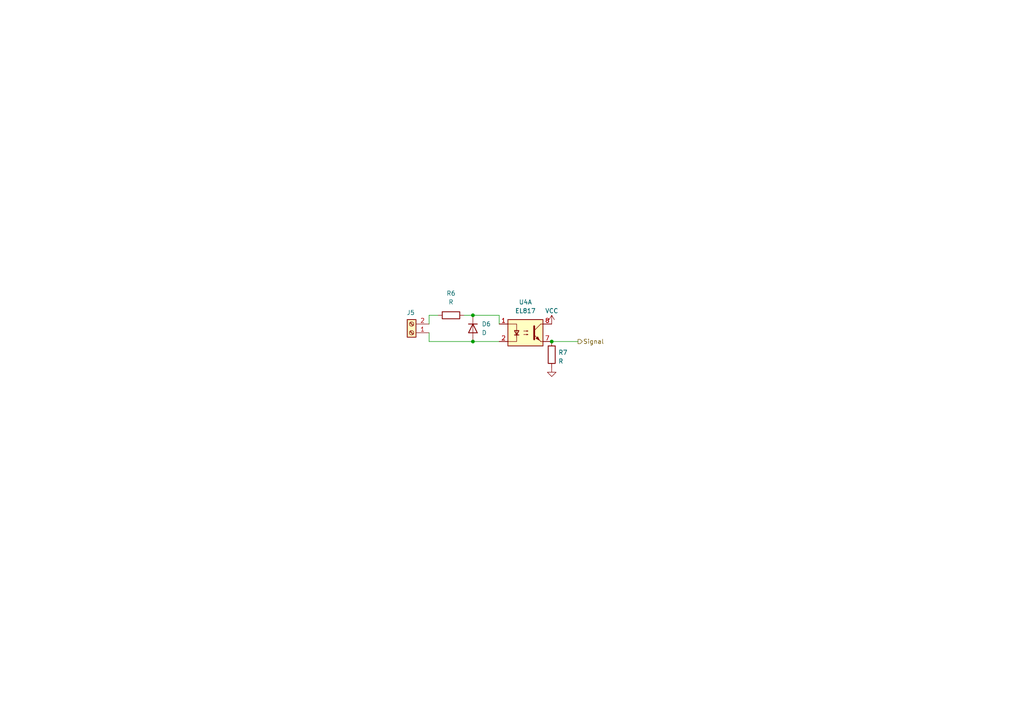
<source format=kicad_sch>
(kicad_sch (version 20231120) (generator "eeschema") (generator_version "8.0")
  (paper "A4")
  (lib_symbols
    (symbol "Connector:Screw_Terminal_01x02" (pin_names (offset 1.016) hide)
      (property "Reference" "J" (at 0 2.54 0))
      (property "Value" "Screw_Terminal_01x02" (at 0 -5.08 0))
      (symbol "Screw_Terminal_01x02_1_1"
        (rectangle (start -1.27 1.27) (end 1.27 -3.81) (stroke (width 0.254)) (fill (type background)))
        (circle (center 0 -2.54) (radius 0.635) (stroke (width 0.1524)))
        (polyline (pts (xy -0.5334 -2.2098) (xy 0.3302 -3.048)) (stroke (width 0.1524)))
        (polyline (pts (xy -0.5334 0.3302) (xy 0.3302 -0.508)) (stroke (width 0.1524)))
        (polyline (pts (xy -0.3556 -2.032) (xy 0.508 -2.8702)) (stroke (width 0.1524)))
        (polyline (pts (xy -0.3556 0.508) (xy 0.508 -0.3302)) (stroke (width 0.1524)))
        (circle (center 0 0) (radius 0.635) (stroke (width 0.1524)))
        (pin passive line (at -5.08 0 0) (length 3.81) (name "Pin_1") (number "1"))
        (pin passive line (at -5.08 -2.54 0) (length 3.81) (name "Pin_2") (number "2"))
      )
    )
    (symbol "Device:D" (pin_numbers hide) (pin_names (offset 1.016) hide)
      (property "Reference" "D" (at 0 2.54 0))
      (property "Value" "D" (at 0 -2.54 0))
      (symbol "D_0_1"
        (polyline (pts (xy -1.27 1.27) (xy -1.27 -1.27)) (stroke (width 0.254)))
        (polyline (pts (xy 1.27 0) (xy -1.27 0)))
        (polyline (pts (xy 1.27 1.27) (xy 1.27 -1.27) (xy -1.27 0) (xy 1.27 1.27)) (stroke (width 0.254)))
      )
      (symbol "D_1_1"
        (pin passive line (at -3.81 0 0) (length 2.54) (name "K") (number "1"))
        (pin passive line (at 3.81 0 180) (length 2.54) (name "A") (number "2"))
      )
    )
    (symbol "Device:R" (pin_numbers hide) (pin_names (offset 0))
      (property "Reference" "R" (at 2.032 0 90))
      (property "Value" "R" (at 0 0 90))
      (symbol "R_0_1"
        (rectangle (start -1.016 -2.54) (end 1.016 2.54) (stroke (width 0.254)))
      )
      (symbol "R_1_1"
        (pin passive line (at 0 3.81 270) (length 1.27) (name "~") (number "1"))
        (pin passive line (at 0 -3.81 90) (length 1.27) (name "~") (number "2"))
      )
    )
    (symbol "Isolator:LTV-827" (pin_names (offset 1.016))
      (property "Reference" "U" (at -5.08 5.08 0))
      (property "Value" "LTV-827" (at 0 5.08 0))
      (symbol "LTV-827_0_1"
        (rectangle (start -5.08 3.81) (end 5.08 -3.81) (stroke (width 0.254)) (fill (type background)))
        (polyline (pts (xy -3.175 -0.635) (xy -1.905 -0.635)) (stroke (width 0.254)))
        (polyline (pts (xy 2.54 0.635) (xy 4.445 2.54)))
        (polyline (pts (xy 4.445 -2.54) (xy 2.54 -0.635)) (fill (type outline)))
        (polyline (pts (xy 4.445 -2.54) (xy 5.08 -2.54)))
        (polyline (pts (xy 4.445 2.54) (xy 5.08 2.54)))
        (polyline (pts (xy -2.54 -0.635) (xy -2.54 -2.54) (xy -5.08 -2.54)))
        (polyline (pts (xy 2.54 1.905) (xy 2.54 -1.905) (xy 2.54 -1.905)) (stroke (width 0.508)))
        (polyline (pts (xy -5.08 2.54) (xy -2.54 2.54) (xy -2.54 -1.27) (xy -2.54 0.635)))
        (polyline (pts (xy -2.54 -0.635) (xy -3.175 0.635) (xy -1.905 0.635) (xy -2.54 -0.635)) (stroke (width 0.254)))
        (polyline (pts (xy -0.508 -0.508) (xy 0.762 -0.508) (xy 0.381 -0.635) (xy 0.381 -0.381) (xy 0.762 -0.508)))
        (polyline (pts (xy -0.508 0.508) (xy 0.762 0.508) (xy 0.381 0.381) (xy 0.381 0.635) (xy 0.762 0.508)))
        (polyline (pts (xy 3.048 -1.651) (xy 3.556 -1.143) (xy 4.064 -2.159) (xy 3.048 -1.651) (xy 3.048 -1.651)) (fill (type outline)))
      )
      (symbol "LTV-827_1_1"
        (pin passive line (at -7.62 2.54 0) (length 2.54) (name "~") (number "1"))
        (pin passive line (at -7.62 -2.54 0) (length 2.54) (name "~") (number "2"))
        (pin passive line (at 7.62 -2.54 180) (length 2.54) (name "~") (number "7"))
        (pin passive line (at 7.62 2.54 180) (length 2.54) (name "~") (number "8"))
      )
      (symbol "LTV-827_2_1"
        (pin passive line (at -7.62 2.54 0) (length 2.54) (name "~") (number "3"))
        (pin passive line (at -7.62 -2.54 0) (length 2.54) (name "~") (number "4"))
        (pin passive line (at 7.62 -2.54 180) (length 2.54) (name "~") (number "5"))
        (pin passive line (at 7.62 2.54 180) (length 2.54) (name "~") (number "6"))
      )
    )
    (symbol "power:GND" (power) (pin_names (offset 0))
      (property "Value" "GND" (at 0 -3.81 0))
      (symbol "GND_0_1"
        (polyline (pts (xy 0 0) (xy 0 -1.27) (xy 1.27 -1.27) (xy 0 -2.54) (xy -1.27 -1.27) (xy 0 -1.27)))
      )
      (symbol "GND_1_1"
        (pin power_in line (at 0 0 270) (length 0) hide (name "GND") (number "1"))
      )
    )
    (symbol "power:VCC" (power) (pin_names (offset 0))
      (property "Value" "VCC" (at 0 3.81 0))
      (symbol "VCC_0_1"
        (polyline (pts (xy -0.762 1.27) (xy 0 2.54)))
        (polyline (pts (xy 0 0) (xy 0 2.54)))
        (polyline (pts (xy 0 2.54) (xy 0.762 1.27)))
      )
      (symbol "VCC_1_1"
        (pin power_in line (at 0 0 90) (length 0) hide (name "VCC") (number "1"))
      )
    )
  )
  (junction (at 137.16 99.06))
  (junction (at 137.16 91.44))
  (junction (at 160.02 99.06))
  (wire (pts (xy 144.78 91.44) (xy 137.16 91.44)))
  (wire (pts (xy 127 91.44) (xy 124.46 91.44)))
  (wire (pts (xy 137.16 99.06) (xy 144.78 99.06)))
  (wire (pts (xy 134.62 91.44) (xy 137.16 91.44)))
  (wire (pts (xy 124.46 99.06) (xy 137.16 99.06)))
  (wire (pts (xy 160.02 99.06) (xy 167.64 99.06)))
  (wire (pts (xy 144.78 93.98) (xy 144.78 91.44)))
  (wire (pts (xy 124.46 91.44) (xy 124.46 93.98)))
  (wire (pts (xy 124.46 96.52) (xy 124.46 99.06)))
  (hierarchical_label "Signal" (shape output) (at 167.64 99.06 0))
  (symbol (lib_id "Device:R") (at 130.81 91.44 90) (unit 1)
    (property "Reference" "R6" (at 130.81 85.09 90))
    (property "Value" "R" (at 130.81 87.63 90))
    (property "Footprint" "Resistor_THT:R_Axial_DIN0204_L3.6mm_D1.6mm_P1.90mm_Vertical" (effects (hide yes)))
    (property "Description" "Resistor" (effects (hide yes)))
    (instances (project "SolderTestPCB" (path "" (reference "R6") (unit 1)) (path "" (reference "R10") (unit 1))))
  )
  (symbol (lib_id "Device:D") (at 137.16 95.25 270) (unit 1)
    (property "Reference" "D6" (at 139.7 93.9799 90) (effects (justify left)))
    (property "Value" "D" (at 139.7 96.5199 90) (effects (justify left)))
    (property "Footprint" "Diode_THT:D_DO-41_SOD81_P2.54mm_Vertical_AnodeUp" (effects (hide yes)))
    (property "Description" "Diode" (effects (hide yes)))
    (property "Sim.Device" "D" (effects (hide yes)))
    (property "Sim.Pins" "1=K 2=A" (effects (hide yes)))
    (instances (project "SolderTestPCB" (path "" (reference "D6") (unit 1)) (path "" (reference "D10") (unit 1))))
  )
  (symbol (lib_id "Connector:Screw_Terminal_01x02") (at 119.38 96.52 180) (unit 1)
    (property "Reference" "J5" (at 119.126 90.678 0))
    (property "Value" "Screw_Terminal_01x02" (effects (hide yes)))
    (property "Footprint" "TerminalBlock_RND:TerminalBlock_RND_205-00001_1x02_P5.00mm_Horizontal" (effects (hide yes)))
    (property "Description" "Generic screw terminal, single row, 01x02, script generated (kicad-library-utils/schlib/autogen/connector/)" (effects (hide yes)))
    (instances (project "SolderTestPCB" (path "" (reference "J5") (unit 1)) (path "" (reference "J7") (unit 1))))
  )
  (symbol (lib_id "Device:R") (at 160.02 102.87 0) (unit 1)
    (property "Reference" "R7" (at 161.925 102.235 0) (effects (justify left)))
    (property "Value" "R" (at 161.925 104.775 0) (effects (justify left)))
    (property "Footprint" "Resistor_THT:R_Axial_DIN0204_L3.6mm_D1.6mm_P1.90mm_Vertical" (effects (hide yes)))
    (instances (project "SolderTestPCB" (path "" (reference "R7") (unit 1)) (path "" (reference "R11") (unit 1))))
  )
  (symbol (lib_id "Isolator:LTV-827") (at 152.4 96.52 0) (unit 1)
    (property "Reference" "U4" (at 152.4 87.63 0))
    (property "Value" "EL817" (at 152.4 90.17 0))
    (property "Footprint" "Package_DIP:DIP-8_W7.62mm" (effects (hide yes)))
    (property "Datasheet" "http://optoelectronics.liteon.com/upload/download/DS-70-96-0016/LTV-8X7%20series%20201610%20.pdf" (effects (hide yes)))
    (property "Description" "Dual DC Optocoupler, Vce 35V, CTR 50%, DIP-8" (effects (hide yes)))
  )
  (symbol (lib_id "power:VCC") (at 160.02 93.98 0) (unit 1)
    (property "Reference" "#PWR015" (effects (hide yes)))
    (property "Value" "VCC" (at 160.02 90.17 0))
    (instances (project "SolderTestPCB" (path "" (reference "#PWR015") (unit 1)) (path "" (reference "#PWR019") (unit 1))))
  )
  (symbol (lib_id "power:GND") (at 160.02 106.68 0) (unit 1)
    (property "Reference" "#PWR016" (effects (hide yes)))
    (property "Value" "GND" (effects (hide yes)))
    (instances (project "SolderTestPCB" (path "" (reference "#PWR016") (unit 1)) (path "" (reference "#PWR020") (unit 1))))
  )
)
</source>
